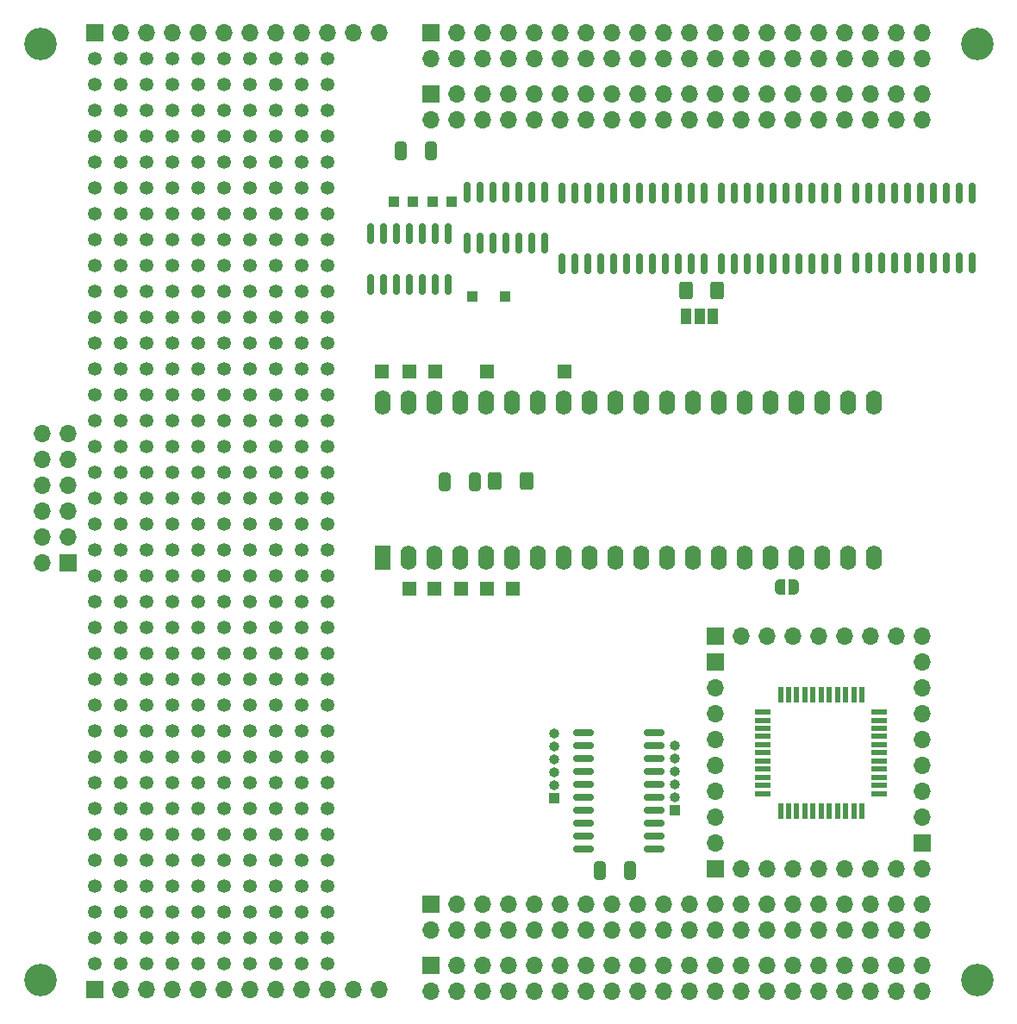
<source format=gbr>
%TF.GenerationSoftware,KiCad,Pcbnew,7.0.7-7.0.7~ubuntu20.04.1*%
%TF.CreationDate,2023-09-08T17:20:42+02:00*%
%TF.ProjectId,CPU_6809_board,4350555f-3638-4303-995f-626f6172642e,rev?*%
%TF.SameCoordinates,Original*%
%TF.FileFunction,Soldermask,Top*%
%TF.FilePolarity,Negative*%
%FSLAX46Y46*%
G04 Gerber Fmt 4.6, Leading zero omitted, Abs format (unit mm)*
G04 Created by KiCad (PCBNEW 7.0.7-7.0.7~ubuntu20.04.1) date 2023-09-08 17:20:42*
%MOMM*%
%LPD*%
G01*
G04 APERTURE LIST*
G04 Aperture macros list*
%AMRoundRect*
0 Rectangle with rounded corners*
0 $1 Rounding radius*
0 $2 $3 $4 $5 $6 $7 $8 $9 X,Y pos of 4 corners*
0 Add a 4 corners polygon primitive as box body*
4,1,4,$2,$3,$4,$5,$6,$7,$8,$9,$2,$3,0*
0 Add four circle primitives for the rounded corners*
1,1,$1+$1,$2,$3*
1,1,$1+$1,$4,$5*
1,1,$1+$1,$6,$7*
1,1,$1+$1,$8,$9*
0 Add four rect primitives between the rounded corners*
20,1,$1+$1,$2,$3,$4,$5,0*
20,1,$1+$1,$4,$5,$6,$7,0*
20,1,$1+$1,$6,$7,$8,$9,0*
20,1,$1+$1,$8,$9,$2,$3,0*%
%AMFreePoly0*
4,1,19,0.500000,-0.750000,0.000000,-0.750000,0.000000,-0.744911,-0.071157,-0.744911,-0.207708,-0.704816,-0.327430,-0.627875,-0.420627,-0.520320,-0.479746,-0.390866,-0.500000,-0.250000,-0.500000,0.250000,-0.479746,0.390866,-0.420627,0.520320,-0.327430,0.627875,-0.207708,0.704816,-0.071157,0.744911,0.000000,0.744911,0.000000,0.750000,0.500000,0.750000,0.500000,-0.750000,0.500000,-0.750000,
$1*%
%AMFreePoly1*
4,1,19,0.000000,0.744911,0.071157,0.744911,0.207708,0.704816,0.327430,0.627875,0.420627,0.520320,0.479746,0.390866,0.500000,0.250000,0.500000,-0.250000,0.479746,-0.390866,0.420627,-0.520320,0.327430,-0.627875,0.207708,-0.704816,0.071157,-0.744911,0.000000,-0.744911,0.000000,-0.750000,-0.500000,-0.750000,-0.500000,0.750000,0.000000,0.750000,0.000000,0.744911,0.000000,0.744911,
$1*%
G04 Aperture macros list end*
%ADD10R,1.000000X1.500000*%
%ADD11RoundRect,0.250000X0.325000X0.650000X-0.325000X0.650000X-0.325000X-0.650000X0.325000X-0.650000X0*%
%ADD12R,1.700000X1.700000*%
%ADD13O,1.700000X1.700000*%
%ADD14R,1.000000X1.000000*%
%ADD15C,1.350000*%
%ADD16R,1.350000X1.350000*%
%ADD17O,1.000000X1.000000*%
%ADD18RoundRect,0.150000X0.150000X-0.837500X0.150000X0.837500X-0.150000X0.837500X-0.150000X-0.837500X0*%
%ADD19RoundRect,0.250000X-0.400000X-0.625000X0.400000X-0.625000X0.400000X0.625000X-0.400000X0.625000X0*%
%ADD20RoundRect,0.150000X0.837500X0.150000X-0.837500X0.150000X-0.837500X-0.150000X0.837500X-0.150000X0*%
%ADD21R,1.600000X2.400000*%
%ADD22O,1.600000X2.400000*%
%ADD23C,3.200000*%
%ADD24RoundRect,0.150000X0.150000X-0.825000X0.150000X0.825000X-0.150000X0.825000X-0.150000X-0.825000X0*%
%ADD25RoundRect,0.250000X0.400000X0.625000X-0.400000X0.625000X-0.400000X-0.625000X0.400000X-0.625000X0*%
%ADD26R,0.550000X1.500000*%
%ADD27R,1.500000X0.550000*%
%ADD28FreePoly0,180.000000*%
%ADD29FreePoly1,180.000000*%
%ADD30RoundRect,0.150000X-0.150000X0.837500X-0.150000X-0.837500X0.150000X-0.837500X0.150000X0.837500X0*%
G04 APERTURE END LIST*
D10*
%TO.C,JP8*%
X164790600Y-76123800D03*
X166090600Y-76123800D03*
X167390600Y-76123800D03*
%TD*%
D11*
%TO.C,C5*%
X144021600Y-92405200D03*
X141071600Y-92405200D03*
%TD*%
D12*
%TO.C,J8*%
X167640000Y-130389005D03*
D13*
X170180000Y-130389005D03*
X172720000Y-130389005D03*
X175260000Y-130389005D03*
X177800000Y-130389005D03*
X180340000Y-130389005D03*
X182880000Y-130389005D03*
X185420000Y-130389005D03*
X187960000Y-130389005D03*
%TD*%
D14*
%TO.C,J13*%
X136042400Y-64897000D03*
%TD*%
D15*
%TO.C,J26*%
X129540000Y-139700000D03*
X129540000Y-137160000D03*
X129540000Y-134620000D03*
X129540000Y-132080000D03*
X129540000Y-129540000D03*
X129540000Y-127000000D03*
X129540000Y-124460000D03*
X129540000Y-121920000D03*
X129540000Y-119380000D03*
X129540000Y-116840000D03*
X129540000Y-114300000D03*
X129540000Y-111760000D03*
X129540000Y-109220000D03*
X129540000Y-106680000D03*
X129540000Y-104140000D03*
X129540000Y-101600000D03*
X129540000Y-99060000D03*
X129540000Y-96520000D03*
X129540000Y-93980000D03*
X129540000Y-91440000D03*
X129540000Y-88900000D03*
X129540000Y-86360000D03*
X129540000Y-83820000D03*
X129540000Y-81280000D03*
X129540000Y-78740000D03*
X129540000Y-76200000D03*
X129540000Y-73660000D03*
X129540000Y-71120000D03*
X129540000Y-68580000D03*
X129540000Y-66040000D03*
X129540000Y-63500000D03*
X129540000Y-60960000D03*
X129540000Y-58420000D03*
X129540000Y-55880000D03*
X129540000Y-53340000D03*
X129540000Y-50800000D03*
X127000000Y-50800000D03*
X127000000Y-53340000D03*
X127000000Y-55880000D03*
X127000000Y-58420000D03*
X127000000Y-60960000D03*
X127000000Y-63500000D03*
X127000000Y-66040000D03*
X127000000Y-68580000D03*
X127000000Y-71120000D03*
X127000000Y-73660000D03*
X127000000Y-76200000D03*
X127000000Y-78740000D03*
X127000000Y-81280000D03*
X127000000Y-83820000D03*
X127000000Y-86360000D03*
X127000000Y-88900000D03*
X127000000Y-91440000D03*
X127000000Y-93980000D03*
X127000000Y-96520000D03*
X127000000Y-99060000D03*
X127000000Y-101600000D03*
X127000000Y-104140000D03*
X127000000Y-106680000D03*
X127000000Y-109220000D03*
X127000000Y-111760000D03*
X127000000Y-114300000D03*
X127000000Y-116840000D03*
X127000000Y-119380000D03*
X127000000Y-121920000D03*
X127000000Y-124460000D03*
X127000000Y-127000000D03*
X127000000Y-129540000D03*
X127000000Y-132080000D03*
X127000000Y-134620000D03*
X127000000Y-137160000D03*
X127000000Y-139700000D03*
%TD*%
D12*
%TO.C,J1*%
X139700000Y-48303005D03*
D13*
X139700000Y-50843005D03*
X142240000Y-48303005D03*
X142240000Y-50843005D03*
X144780000Y-48303005D03*
X144780000Y-50843005D03*
X147320000Y-48303005D03*
X147320000Y-50843005D03*
X149860000Y-48303005D03*
X149860000Y-50843005D03*
X152400000Y-48303005D03*
X152400000Y-50843005D03*
X154940000Y-48303005D03*
X154940000Y-50843005D03*
X157480000Y-48303005D03*
X157480000Y-50843005D03*
X160020000Y-48303005D03*
X160020000Y-50843005D03*
X162560000Y-48303005D03*
X162560000Y-50843005D03*
X165100000Y-48303005D03*
X165100000Y-50843005D03*
X167640000Y-48303005D03*
X167640000Y-50843005D03*
X170180000Y-48303005D03*
X170180000Y-50843005D03*
X172720000Y-48303005D03*
X172720000Y-50843005D03*
X175260000Y-48303005D03*
X175260000Y-50843005D03*
X177800000Y-48303005D03*
X177800000Y-50843005D03*
X180340000Y-48303005D03*
X180340000Y-50843005D03*
X182880000Y-48303005D03*
X182880000Y-50843005D03*
X185420000Y-48303005D03*
X185420000Y-50843005D03*
X187960000Y-48303005D03*
X187960000Y-50843005D03*
%TD*%
D14*
%TO.C,J14*%
X141757400Y-64897000D03*
%TD*%
D16*
%TO.C,J9*%
X137541000Y-102870000D03*
%TD*%
D14*
%TO.C,J11*%
X143789400Y-74168000D03*
%TD*%
%TO.C,J31*%
X163677600Y-124663200D03*
D17*
X163677600Y-123393200D03*
X163677600Y-122123200D03*
X163677600Y-120853200D03*
X163677600Y-119583200D03*
X163677600Y-118313200D03*
%TD*%
D18*
%TO.C,U3*%
X181393172Y-70902223D03*
X182663172Y-70902223D03*
X183933172Y-70902223D03*
X185203172Y-70902223D03*
X186473172Y-70902223D03*
X187743172Y-70902223D03*
X189013172Y-70902223D03*
X190283172Y-70902223D03*
X191553172Y-70902223D03*
X192823172Y-70902223D03*
X192823172Y-63977223D03*
X191553172Y-63977223D03*
X190283172Y-63977223D03*
X189013172Y-63977223D03*
X187743172Y-63977223D03*
X186473172Y-63977223D03*
X185203172Y-63977223D03*
X183933172Y-63977223D03*
X182663172Y-63977223D03*
X181393172Y-63977223D03*
%TD*%
D12*
%TO.C,J5*%
X167640000Y-107529005D03*
D13*
X170180000Y-107529005D03*
X172720000Y-107529005D03*
X175260000Y-107529005D03*
X177800000Y-107529005D03*
X180340000Y-107529005D03*
X182880000Y-107529005D03*
X185420000Y-107529005D03*
X187960000Y-107529005D03*
%TD*%
D12*
%TO.C,J4*%
X139700000Y-133849005D03*
D13*
X139700000Y-136389005D03*
X142240000Y-133849005D03*
X142240000Y-136389005D03*
X144780000Y-133849005D03*
X144780000Y-136389005D03*
X147320000Y-133849005D03*
X147320000Y-136389005D03*
X149860000Y-133849005D03*
X149860000Y-136389005D03*
X152400000Y-133849005D03*
X152400000Y-136389005D03*
X154940000Y-133849005D03*
X154940000Y-136389005D03*
X157480000Y-133849005D03*
X157480000Y-136389005D03*
X160020000Y-133849005D03*
X160020000Y-136389005D03*
X162560000Y-133849005D03*
X162560000Y-136389005D03*
X165100000Y-133849005D03*
X165100000Y-136389005D03*
X167640000Y-133849005D03*
X167640000Y-136389005D03*
X170180000Y-133849005D03*
X170180000Y-136389005D03*
X172720000Y-133849005D03*
X172720000Y-136389005D03*
X175260000Y-133849005D03*
X175260000Y-136389005D03*
X177800000Y-133849005D03*
X177800000Y-136389005D03*
X180340000Y-133849005D03*
X180340000Y-136389005D03*
X182880000Y-133849005D03*
X182880000Y-136389005D03*
X185420000Y-133849005D03*
X185420000Y-136389005D03*
X187960000Y-133849005D03*
X187960000Y-136389005D03*
%TD*%
D11*
%TO.C,C4*%
X159210800Y-130606800D03*
X156260800Y-130606800D03*
%TD*%
D15*
%TO.C,J24*%
X119380000Y-139700000D03*
X119380000Y-137160000D03*
X119380000Y-134620000D03*
X119380000Y-132080000D03*
X119380000Y-129540000D03*
X119380000Y-127000000D03*
X119380000Y-124460000D03*
X119380000Y-121920000D03*
X119380000Y-119380000D03*
X119380000Y-116840000D03*
X119380000Y-114300000D03*
X119380000Y-111760000D03*
X119380000Y-109220000D03*
X119380000Y-106680000D03*
X119380000Y-104140000D03*
X119380000Y-101600000D03*
X119380000Y-99060000D03*
X119380000Y-96520000D03*
X119380000Y-93980000D03*
X119380000Y-91440000D03*
X119380000Y-88900000D03*
X119380000Y-86360000D03*
X119380000Y-83820000D03*
X119380000Y-81280000D03*
X119380000Y-78740000D03*
X119380000Y-76200000D03*
X119380000Y-73660000D03*
X119380000Y-71120000D03*
X119380000Y-68580000D03*
X119380000Y-66040000D03*
X119380000Y-63500000D03*
X119380000Y-60960000D03*
X119380000Y-58420000D03*
X119380000Y-55880000D03*
X119380000Y-53340000D03*
X119380000Y-50800000D03*
X116840000Y-50800000D03*
X116840000Y-53340000D03*
X116840000Y-55880000D03*
X116840000Y-58420000D03*
X116840000Y-60960000D03*
X116840000Y-63500000D03*
X116840000Y-66040000D03*
X116840000Y-68580000D03*
X116840000Y-71120000D03*
X116840000Y-73660000D03*
X116840000Y-76200000D03*
X116840000Y-78740000D03*
X116840000Y-81280000D03*
X116840000Y-83820000D03*
X116840000Y-86360000D03*
X116840000Y-88900000D03*
X116840000Y-91440000D03*
X116840000Y-93980000D03*
X116840000Y-96520000D03*
X116840000Y-99060000D03*
X116840000Y-101600000D03*
X116840000Y-104140000D03*
X116840000Y-106680000D03*
X116840000Y-109220000D03*
X116840000Y-111760000D03*
X116840000Y-114300000D03*
X116840000Y-116840000D03*
X116840000Y-119380000D03*
X116840000Y-121920000D03*
X116840000Y-124460000D03*
X116840000Y-127000000D03*
X116840000Y-129540000D03*
X116840000Y-132080000D03*
X116840000Y-134620000D03*
X116840000Y-137160000D03*
X116840000Y-139700000D03*
%TD*%
D19*
%TO.C,R26*%
X145998000Y-92329000D03*
X149098000Y-92329000D03*
%TD*%
D20*
%TO.C,U21*%
X161611000Y-128473200D03*
X161611000Y-127203200D03*
X161611000Y-125933200D03*
X161611000Y-124663200D03*
X161611000Y-123393200D03*
X161611000Y-122123200D03*
X161611000Y-120853200D03*
X161611000Y-119583200D03*
X161611000Y-118313200D03*
X161611000Y-117043200D03*
X154686000Y-117043200D03*
X154686000Y-118313200D03*
X154686000Y-119583200D03*
X154686000Y-120853200D03*
X154686000Y-122123200D03*
X154686000Y-123393200D03*
X154686000Y-124663200D03*
X154686000Y-125933200D03*
X154686000Y-127203200D03*
X154686000Y-128473200D03*
%TD*%
D21*
%TO.C,U22*%
X134975600Y-99847400D03*
D22*
X137515600Y-99847400D03*
X140055600Y-99847400D03*
X142595600Y-99847400D03*
X145135600Y-99847400D03*
X147675600Y-99847400D03*
X150215600Y-99847400D03*
X152755600Y-99847400D03*
X155295600Y-99847400D03*
X157835600Y-99847400D03*
X160375600Y-99847400D03*
X162915600Y-99847400D03*
X165455600Y-99847400D03*
X167995600Y-99847400D03*
X170535600Y-99847400D03*
X173075600Y-99847400D03*
X175615600Y-99847400D03*
X178155600Y-99847400D03*
X180695600Y-99847400D03*
X183235600Y-99847400D03*
X183235600Y-84607400D03*
X180695600Y-84607400D03*
X178155600Y-84607400D03*
X175615600Y-84607400D03*
X173075600Y-84607400D03*
X170535600Y-84607400D03*
X167995600Y-84607400D03*
X165455600Y-84607400D03*
X162915600Y-84607400D03*
X160375600Y-84607400D03*
X157835600Y-84607400D03*
X155295600Y-84607400D03*
X152755600Y-84607400D03*
X150215600Y-84607400D03*
X147675600Y-84607400D03*
X145135600Y-84607400D03*
X142595600Y-84607400D03*
X140055600Y-84607400D03*
X137515600Y-84607400D03*
X134975600Y-84607400D03*
%TD*%
D16*
%TO.C,J32*%
X137541000Y-81534000D03*
%TD*%
%TO.C,J16*%
X140030200Y-102895400D03*
%TD*%
D14*
%TO.C,J15*%
X137947400Y-64897000D03*
%TD*%
D16*
%TO.C,J19*%
X152781000Y-81534000D03*
%TD*%
%TO.C,J29*%
X145175000Y-81534000D03*
%TD*%
D12*
%TO.C,J20*%
X106680000Y-142240000D03*
D13*
X109220000Y-142240000D03*
X111760000Y-142240000D03*
X114300000Y-142240000D03*
X116840000Y-142240000D03*
X119380000Y-142240000D03*
X121920000Y-142240000D03*
X124460000Y-142240000D03*
X127000000Y-142240000D03*
X129540000Y-142240000D03*
X132080000Y-142240000D03*
X134620000Y-142240000D03*
%TD*%
D15*
%TO.C,J25*%
X124460000Y-139700000D03*
X124460000Y-137160000D03*
X124460000Y-134620000D03*
X124460000Y-132080000D03*
X124460000Y-129540000D03*
X124460000Y-127000000D03*
X124460000Y-124460000D03*
X124460000Y-121920000D03*
X124460000Y-119380000D03*
X124460000Y-116840000D03*
X124460000Y-114300000D03*
X124460000Y-111760000D03*
X124460000Y-109220000D03*
X124460000Y-106680000D03*
X124460000Y-104140000D03*
X124460000Y-101600000D03*
X124460000Y-99060000D03*
X124460000Y-96520000D03*
X124460000Y-93980000D03*
X124460000Y-91440000D03*
X124460000Y-88900000D03*
X124460000Y-86360000D03*
X124460000Y-83820000D03*
X124460000Y-81280000D03*
X124460000Y-78740000D03*
X124460000Y-76200000D03*
X124460000Y-73660000D03*
X124460000Y-71120000D03*
X124460000Y-68580000D03*
X124460000Y-66040000D03*
X124460000Y-63500000D03*
X124460000Y-60960000D03*
X124460000Y-58420000D03*
X124460000Y-55880000D03*
X124460000Y-53340000D03*
X124460000Y-50800000D03*
X121920000Y-50800000D03*
X121920000Y-53340000D03*
X121920000Y-55880000D03*
X121920000Y-58420000D03*
X121920000Y-60960000D03*
X121920000Y-63500000D03*
X121920000Y-66040000D03*
X121920000Y-68580000D03*
X121920000Y-71120000D03*
X121920000Y-73660000D03*
X121920000Y-76200000D03*
X121920000Y-78740000D03*
X121920000Y-81280000D03*
X121920000Y-83820000D03*
X121920000Y-86360000D03*
X121920000Y-88900000D03*
X121920000Y-91440000D03*
X121920000Y-93980000D03*
X121920000Y-96520000D03*
X121920000Y-99060000D03*
X121920000Y-101600000D03*
X121920000Y-104140000D03*
X121920000Y-106680000D03*
X121920000Y-109220000D03*
X121920000Y-111760000D03*
X121920000Y-114300000D03*
X121920000Y-116840000D03*
X121920000Y-119380000D03*
X121920000Y-121920000D03*
X121920000Y-124460000D03*
X121920000Y-127000000D03*
X121920000Y-129540000D03*
X121920000Y-132080000D03*
X121920000Y-134620000D03*
X121920000Y-137160000D03*
X121920000Y-139700000D03*
%TD*%
D16*
%TO.C,J33*%
X134874000Y-81534000D03*
%TD*%
D12*
%TO.C,J35*%
X104013000Y-100330000D03*
D13*
X101473000Y-100330000D03*
X104013000Y-97790000D03*
X101473000Y-97790000D03*
X104013000Y-95250000D03*
X101473000Y-95250000D03*
X104013000Y-92710000D03*
X101473000Y-92710000D03*
X104013000Y-90170000D03*
X101473000Y-90170000D03*
X104013000Y-87630000D03*
X101473000Y-87630000D03*
%TD*%
D12*
%TO.C,J2*%
X139700000Y-139849005D03*
D13*
X139700000Y-142389005D03*
X142240000Y-139849005D03*
X142240000Y-142389005D03*
X144780000Y-139849005D03*
X144780000Y-142389005D03*
X147320000Y-139849005D03*
X147320000Y-142389005D03*
X149860000Y-139849005D03*
X149860000Y-142389005D03*
X152400000Y-139849005D03*
X152400000Y-142389005D03*
X154940000Y-139849005D03*
X154940000Y-142389005D03*
X157480000Y-139849005D03*
X157480000Y-142389005D03*
X160020000Y-139849005D03*
X160020000Y-142389005D03*
X162560000Y-139849005D03*
X162560000Y-142389005D03*
X165100000Y-139849005D03*
X165100000Y-142389005D03*
X167640000Y-139849005D03*
X167640000Y-142389005D03*
X170180000Y-139849005D03*
X170180000Y-142389005D03*
X172720000Y-139849005D03*
X172720000Y-142389005D03*
X175260000Y-139849005D03*
X175260000Y-142389005D03*
X177800000Y-139849005D03*
X177800000Y-142389005D03*
X180340000Y-139849005D03*
X180340000Y-142389005D03*
X182880000Y-139849005D03*
X182880000Y-142389005D03*
X185420000Y-139849005D03*
X185420000Y-142389005D03*
X187960000Y-139849005D03*
X187960000Y-142389005D03*
%TD*%
D14*
%TO.C,J30*%
X151790400Y-123444000D03*
D17*
X151790400Y-122174000D03*
X151790400Y-120904000D03*
X151790400Y-119634000D03*
X151790400Y-118364000D03*
X151790400Y-117094000D03*
%TD*%
D12*
%TO.C,J6*%
X187960000Y-127849005D03*
D13*
X187960000Y-125309005D03*
X187960000Y-122769005D03*
X187960000Y-120229005D03*
X187960000Y-117689005D03*
X187960000Y-115149005D03*
X187960000Y-112609005D03*
X187960000Y-110069005D03*
%TD*%
D18*
%TO.C,U2*%
X168235972Y-70918423D03*
X169505972Y-70918423D03*
X170775972Y-70918423D03*
X172045972Y-70918423D03*
X173315972Y-70918423D03*
X174585972Y-70918423D03*
X175855972Y-70918423D03*
X177125972Y-70918423D03*
X178395972Y-70918423D03*
X179665972Y-70918423D03*
X179665972Y-63993423D03*
X178395972Y-63993423D03*
X177125972Y-63993423D03*
X175855972Y-63993423D03*
X174585972Y-63993423D03*
X173315972Y-63993423D03*
X172045972Y-63993423D03*
X170775972Y-63993423D03*
X169505972Y-63993423D03*
X168235972Y-63993423D03*
%TD*%
D23*
%TO.C,H3*%
X193340000Y-49346005D03*
%TD*%
D24*
%TO.C,U9*%
X133756400Y-72960000D03*
X135026400Y-72960000D03*
X136296400Y-72960000D03*
X137566400Y-72960000D03*
X138836400Y-72960000D03*
X140106400Y-72960000D03*
X141376400Y-72960000D03*
X141376400Y-68010000D03*
X140106400Y-68010000D03*
X138836400Y-68010000D03*
X137566400Y-68010000D03*
X136296400Y-68010000D03*
X135026400Y-68010000D03*
X133756400Y-68010000D03*
%TD*%
D14*
%TO.C,J12*%
X139852400Y-64897000D03*
%TD*%
D16*
%TO.C,J28*%
X140081000Y-81534000D03*
%TD*%
D15*
%TO.C,J23*%
X114300000Y-139700000D03*
X114300000Y-137160000D03*
X114300000Y-134620000D03*
X114300000Y-132080000D03*
X114300000Y-129540000D03*
X114300000Y-127000000D03*
X114300000Y-124460000D03*
X114300000Y-121920000D03*
X114300000Y-119380000D03*
X114300000Y-116840000D03*
X114300000Y-114300000D03*
X114300000Y-111760000D03*
X114300000Y-109220000D03*
X114300000Y-106680000D03*
X114300000Y-104140000D03*
X114300000Y-101600000D03*
X114300000Y-99060000D03*
X114300000Y-96520000D03*
X114300000Y-93980000D03*
X114300000Y-91440000D03*
X114300000Y-88900000D03*
X114300000Y-86360000D03*
X114300000Y-83820000D03*
X114300000Y-81280000D03*
X114300000Y-78740000D03*
X114300000Y-76200000D03*
X114300000Y-73660000D03*
X114300000Y-71120000D03*
X114300000Y-68580000D03*
X114300000Y-66040000D03*
X114300000Y-63500000D03*
X114300000Y-60960000D03*
X114300000Y-58420000D03*
X114300000Y-55880000D03*
X114300000Y-53340000D03*
X114300000Y-50800000D03*
X111760000Y-50800000D03*
X111760000Y-53340000D03*
X111760000Y-55880000D03*
X111760000Y-58420000D03*
X111760000Y-60960000D03*
X111760000Y-63500000D03*
X111760000Y-66040000D03*
X111760000Y-68580000D03*
X111760000Y-71120000D03*
X111760000Y-73660000D03*
X111760000Y-76200000D03*
X111760000Y-78740000D03*
X111760000Y-81280000D03*
X111760000Y-83820000D03*
X111760000Y-86360000D03*
X111760000Y-88900000D03*
X111760000Y-91440000D03*
X111760000Y-93980000D03*
X111760000Y-96520000D03*
X111760000Y-99060000D03*
X111760000Y-101600000D03*
X111760000Y-104140000D03*
X111760000Y-106680000D03*
X111760000Y-109220000D03*
X111760000Y-111760000D03*
X111760000Y-114300000D03*
X111760000Y-116840000D03*
X111760000Y-119380000D03*
X111760000Y-121920000D03*
X111760000Y-124460000D03*
X111760000Y-127000000D03*
X111760000Y-129540000D03*
X111760000Y-132080000D03*
X111760000Y-134620000D03*
X111760000Y-137160000D03*
X111760000Y-139700000D03*
%TD*%
D12*
%TO.C,J7*%
X167640000Y-110069005D03*
D13*
X167640000Y-112609005D03*
X167640000Y-115149005D03*
X167640000Y-117689005D03*
X167640000Y-120229005D03*
X167640000Y-122769005D03*
X167640000Y-125309005D03*
X167640000Y-127849005D03*
%TD*%
D14*
%TO.C,J10*%
X146964400Y-74168000D03*
%TD*%
D12*
%TO.C,J3*%
X139700000Y-54303005D03*
D13*
X139700000Y-56843005D03*
X142240000Y-54303005D03*
X142240000Y-56843005D03*
X144780000Y-54303005D03*
X144780000Y-56843005D03*
X147320000Y-54303005D03*
X147320000Y-56843005D03*
X149860000Y-54303005D03*
X149860000Y-56843005D03*
X152400000Y-54303005D03*
X152400000Y-56843005D03*
X154940000Y-54303005D03*
X154940000Y-56843005D03*
X157480000Y-54303005D03*
X157480000Y-56843005D03*
X160020000Y-54303005D03*
X160020000Y-56843005D03*
X162560000Y-54303005D03*
X162560000Y-56843005D03*
X165100000Y-54303005D03*
X165100000Y-56843005D03*
X167640000Y-54303005D03*
X167640000Y-56843005D03*
X170180000Y-54303005D03*
X170180000Y-56843005D03*
X172720000Y-54303005D03*
X172720000Y-56843005D03*
X175260000Y-54303005D03*
X175260000Y-56843005D03*
X177800000Y-54303005D03*
X177800000Y-56843005D03*
X180340000Y-54303005D03*
X180340000Y-56843005D03*
X182880000Y-54303005D03*
X182880000Y-56843005D03*
X185420000Y-54303005D03*
X185420000Y-56843005D03*
X187960000Y-54303005D03*
X187960000Y-56843005D03*
%TD*%
D16*
%TO.C,J17*%
X145211800Y-102844600D03*
%TD*%
D24*
%TO.C,U8*%
X143281400Y-68896000D03*
X144551400Y-68896000D03*
X145821400Y-68896000D03*
X147091400Y-68896000D03*
X148361400Y-68896000D03*
X149631400Y-68896000D03*
X150901400Y-68896000D03*
X150901400Y-63946000D03*
X149631400Y-63946000D03*
X148361400Y-63946000D03*
X147091400Y-63946000D03*
X145821400Y-63946000D03*
X144551400Y-63946000D03*
X143281400Y-63946000D03*
%TD*%
D25*
%TO.C,R2*%
X167817800Y-73583800D03*
X164717800Y-73583800D03*
%TD*%
D16*
%TO.C,J18*%
X147701000Y-102844600D03*
%TD*%
D23*
%TO.C,H1*%
X101340000Y-49346005D03*
%TD*%
D26*
%TO.C,U1*%
X174029000Y-124694805D03*
X174829000Y-124694805D03*
X175629000Y-124694805D03*
X176429000Y-124694805D03*
X177229000Y-124694805D03*
X178029000Y-124694805D03*
X178829000Y-124694805D03*
X179629000Y-124694805D03*
X180429000Y-124694805D03*
X181229000Y-124694805D03*
X182029000Y-124694805D03*
D27*
X183729000Y-122994805D03*
X183729000Y-122194805D03*
X183729000Y-121394805D03*
X183729000Y-120594805D03*
X183729000Y-119794805D03*
X183729000Y-118994805D03*
X183729000Y-118194805D03*
X183729000Y-117394805D03*
X183729000Y-116594805D03*
X183729000Y-115794805D03*
X183729000Y-114994805D03*
D26*
X182029000Y-113294805D03*
X181229000Y-113294805D03*
X180429000Y-113294805D03*
X179629000Y-113294805D03*
X178829000Y-113294805D03*
X178029000Y-113294805D03*
X177229000Y-113294805D03*
X176429000Y-113294805D03*
X175629000Y-113294805D03*
X174829000Y-113294805D03*
X174029000Y-113294805D03*
D27*
X172329000Y-114994805D03*
X172329000Y-115794805D03*
X172329000Y-116594805D03*
X172329000Y-117394805D03*
X172329000Y-118194805D03*
X172329000Y-118994805D03*
X172329000Y-119794805D03*
X172329000Y-120594805D03*
X172329000Y-121394805D03*
X172329000Y-122194805D03*
X172329000Y-122994805D03*
%TD*%
D28*
%TO.C,JP20*%
X175300400Y-102717600D03*
D29*
X174000400Y-102717600D03*
%TD*%
D23*
%TO.C,H2*%
X101340000Y-141346005D03*
%TD*%
D16*
%TO.C,J27*%
X142621000Y-102870000D03*
%TD*%
D15*
%TO.C,J22*%
X109220000Y-139700000D03*
X109220000Y-137160000D03*
X109220000Y-134620000D03*
X109220000Y-132080000D03*
X109220000Y-129540000D03*
X109220000Y-127000000D03*
X109220000Y-124460000D03*
X109220000Y-121920000D03*
X109220000Y-119380000D03*
X109220000Y-116840000D03*
X109220000Y-114300000D03*
X109220000Y-111760000D03*
X109220000Y-109220000D03*
X109220000Y-106680000D03*
X109220000Y-104140000D03*
X109220000Y-101600000D03*
X109220000Y-99060000D03*
X109220000Y-96520000D03*
X109220000Y-93980000D03*
X109220000Y-91440000D03*
X109220000Y-88900000D03*
X109220000Y-86360000D03*
X109220000Y-83820000D03*
X109220000Y-81280000D03*
X109220000Y-78740000D03*
X109220000Y-76200000D03*
X109220000Y-73660000D03*
X109220000Y-71120000D03*
X109220000Y-68580000D03*
X109220000Y-66040000D03*
X109220000Y-63500000D03*
X109220000Y-60960000D03*
X109220000Y-58420000D03*
X109220000Y-55880000D03*
X109220000Y-53340000D03*
X109220000Y-50800000D03*
X106680000Y-50800000D03*
X106680000Y-53340000D03*
X106680000Y-55880000D03*
X106680000Y-58420000D03*
X106680000Y-60960000D03*
X106680000Y-63500000D03*
X106680000Y-66040000D03*
X106680000Y-68580000D03*
X106680000Y-71120000D03*
X106680000Y-73660000D03*
X106680000Y-76200000D03*
X106680000Y-78740000D03*
X106680000Y-81280000D03*
X106680000Y-83820000D03*
X106680000Y-86360000D03*
X106680000Y-88900000D03*
X106680000Y-91440000D03*
X106680000Y-93980000D03*
X106680000Y-96520000D03*
X106680000Y-99060000D03*
X106680000Y-101600000D03*
X106680000Y-104140000D03*
X106680000Y-106680000D03*
X106680000Y-109220000D03*
X106680000Y-111760000D03*
X106680000Y-114300000D03*
X106680000Y-116840000D03*
X106680000Y-119380000D03*
X106680000Y-121920000D03*
X106680000Y-124460000D03*
X106680000Y-127000000D03*
X106680000Y-129540000D03*
X106680000Y-132080000D03*
X106680000Y-134620000D03*
X106680000Y-137160000D03*
X106680000Y-139700000D03*
%TD*%
D11*
%TO.C,C1*%
X139703600Y-59893200D03*
X136753600Y-59893200D03*
%TD*%
D12*
%TO.C,J21*%
X106680000Y-48260000D03*
D13*
X109220000Y-48260000D03*
X111760000Y-48260000D03*
X114300000Y-48260000D03*
X116840000Y-48260000D03*
X119380000Y-48260000D03*
X121920000Y-48260000D03*
X124460000Y-48260000D03*
X127000000Y-48260000D03*
X129540000Y-48260000D03*
X132080000Y-48260000D03*
X134620000Y-48260000D03*
%TD*%
D30*
%TO.C,U5*%
X166508772Y-64009623D03*
X165238772Y-64009623D03*
X163968772Y-64009623D03*
X162698772Y-64009623D03*
X161428772Y-64009623D03*
X160158772Y-64009623D03*
X158888772Y-64009623D03*
X157618772Y-64009623D03*
X156348772Y-64009623D03*
X155078772Y-64009623D03*
X153808772Y-64009623D03*
X152538772Y-64009623D03*
X152538772Y-70934623D03*
X153808772Y-70934623D03*
X155078772Y-70934623D03*
X156348772Y-70934623D03*
X157618772Y-70934623D03*
X158888772Y-70934623D03*
X160158772Y-70934623D03*
X161428772Y-70934623D03*
X162698772Y-70934623D03*
X163968772Y-70934623D03*
X165238772Y-70934623D03*
X166508772Y-70934623D03*
%TD*%
D23*
%TO.C,H4*%
X193340000Y-141346005D03*
%TD*%
M02*

</source>
